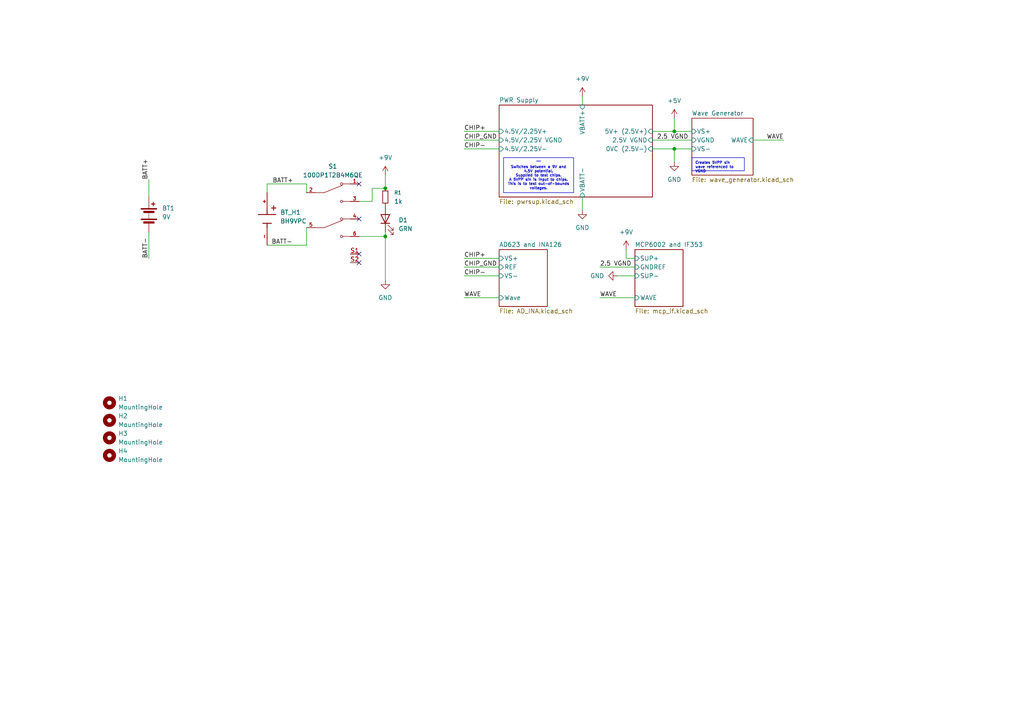
<source format=kicad_sch>
(kicad_sch (version 20250114) (generator "eeschema") (generator_version "9.0")
  (paper "A4")
  (lib_symbols
    (symbol "100DP1T2B4M6QE:100DP1T2B4M6QE" (pin_names (offset 1.016))
      (property "Reference" "S1" (at 0 12.7 0))
      (property "Value" "100DP1T2B4M6QE" (at 0 10.16 0))
      (symbol "100DP1T2B4M6QE_0_0"
        (polyline (pts (xy -2.54 5.08) (xy -5.08 5.08)) (stroke (width 0.1524)))
        (polyline (pts (xy -2.54 5.08) (xy 2.794 7.2136)) (stroke (width 0.1524)))
        (polyline (pts (xy -2.54 -5.08) (xy -5.08 -5.08)) (stroke (width 0.1524)))
        (polyline (pts (xy -2.54 -5.08) (xy 2.794 -2.9464)) (stroke (width 0.1524)))
        (circle (center 2.54 7.62) (radius 0.3302) (stroke (width 0.1524)))
        (circle (center 2.54 2.54) (radius 0.3302) (stroke (width 0.1524)))
        (circle (center 2.54 -2.54) (radius 0.3302) (stroke (width 0.1524)))
        (circle (center 2.54 -7.62) (radius 0.3302) (stroke (width 0.1524)))
        (polyline (pts (xy 5.08 7.62) (xy 2.921 7.62)) (stroke (width 0.1524)))
        (polyline (pts (xy 5.08 2.54) (xy 2.921 2.54)) (stroke (width 0.1524)))
        (polyline (pts (xy 5.08 -2.54) (xy 2.921 -2.54)) (stroke (width 0.1524)))
        (polyline (pts (xy 5.08 -7.62) (xy 2.921 -7.62)) (stroke (width 0.1524)))
        (pin passive line (at -7.62 5.08 0) (length 2.54) (name "~") (number "2"))
        (pin passive line (at -7.62 -5.08 0) (length 2.54) (name "~") (number "5"))
        (pin passive line (at 7.62 7.62 180) (length 2.54) (name "~") (number "1"))
        (pin passive line (at 7.62 2.54 180) (length 2.54) (name "~") (number "3"))
        (pin passive line (at 7.62 -2.54 180) (length 2.54) (name "~") (number "4"))
        (pin passive line (at 7.62 -7.62 180) (length 2.54) (name "~") (number "6"))
      )
      (symbol "100DP1T2B4M6QE_1_1"
        (pin free line (at 7.62 -12.7 180) (length 2.54) (name "") (number "S1"))
        (pin free line (at 7.62 -15.24 180) (length 2.54) (name "") (number "S2"))
      )
    )
    (symbol "BH9VPC:BH9VPC" (pin_names (offset 1.016))
      (property "Reference" "BT" (at -3.81 3.81 0))
      (property "Value" "BH9VPC" (at -3.81 -5.08 0))
      (symbol "BH9VPC_0_0"
        (polyline (pts (xy -3.81 1.905) (xy -2.54 1.905)) (stroke (width 0.254)))
        (polyline (pts (xy -3.175 2.54) (xy -3.175 1.27)) (stroke (width 0.254)))
        (polyline (pts (xy -1.27 2.54) (xy -1.27 -2.54)) (stroke (width 0.254)))
        (polyline (pts (xy -1.27 0) (xy -2.54 0)) (stroke (width 0.254)))
        (polyline (pts (xy 1.27 1.27) (xy 1.27 -1.27)) (stroke (width 0.254)))
        (polyline (pts (xy 1.27 0) (xy 2.54 0)) (stroke (width 0.254)))
        (pin passive line (at -7.62 0 0) (length 5.08) (name "~") (number "+"))
        (pin passive line (at 7.62 0 180) (length 5.08) (name "~") (number "-"))
      )
    )
    (symbol "Device:Battery" (pin_numbers (hide yes)) (pin_names (offset 0) (hide yes))
      (property "Reference" "BT" (at 2.54 2.54 0))
      (property "Value" "Battery" (at 2.54 0 0))
      (symbol "Battery_0_1"
        (rectangle (start -2.286 1.778) (end 2.286 1.524) (fill (type outline)))
        (rectangle (start -2.286 -1.27) (end 2.286 -1.524) (fill (type outline)))
        (rectangle (start -1.524 1.016) (end 1.524 0.508) (fill (type outline)))
        (rectangle (start -1.524 -2.032) (end 1.524 -2.54) (fill (type outline)))
        (polyline (pts (xy 0 1.778) (xy 0 2.54)))
        (polyline (pts (xy 0 0) (xy 0 0.254)))
        (polyline (pts (xy 0 -0.508) (xy 0 -0.254)))
        (polyline (pts (xy 0 -1.016) (xy 0 -0.762)))
        (polyline (pts (xy 0.762 3.048) (xy 1.778 3.048)) (stroke (width 0.254)))
        (polyline (pts (xy 1.27 3.556) (xy 1.27 2.54)) (stroke (width 0.254)))
      )
      (symbol "Battery_1_1"
        (pin passive line (at 0 5.08 270) (length 2.54) (name "+") (number "1"))
        (pin passive line (at 0 -5.08 90) (length 2.54) (name "-") (number "2"))
      )
    )
    (symbol "Device:LED" (pin_numbers (hide yes)) (pin_names (offset 1.016) (hide yes))
      (property "Reference" "D" (at 0 2.54 0))
      (property "Value" "LED" (at 0 -2.54 0))
      (symbol "LED_0_1"
        (polyline (pts (xy -3.048 -0.762) (xy -4.572 -2.286) (xy -3.81 -2.286) (xy -4.572 -2.286) (xy -4.572 -1.524)))
        (polyline (pts (xy -1.778 -0.762) (xy -3.302 -2.286) (xy -2.54 -2.286) (xy -3.302 -2.286) (xy -3.302 -1.524)))
        (polyline (pts (xy -1.27 0) (xy 1.27 0)))
        (polyline (pts (xy -1.27 -1.27) (xy -1.27 1.27)) (stroke (width 0.254)))
        (polyline (pts (xy 1.27 -1.27) (xy 1.27 1.27) (xy -1.27 0) (xy 1.27 -1.27)) (stroke (width 0.254)))
      )
      (symbol "LED_1_1"
        (pin passive line (at -3.81 0 0) (length 2.54) (name "K") (number "1"))
        (pin passive line (at 3.81 0 180) (length 2.54) (name "A") (number "2"))
      )
    )
    (symbol "Device:R_Small" (pin_numbers (hide yes)) (pin_names (offset 0.254) (hide yes))
      (property "Reference" "R" (at 0 0 90))
      (property "Value" "R_Small" (at 1.778 0 90))
      (symbol "R_Small_0_1"
        (rectangle (start -0.762 1.778) (end 0.762 -1.778) (stroke (width 0.2032)))
      )
      (symbol "R_Small_1_1"
        (pin passive line (at 0 2.54 270) (length 0.762) (name "~") (number "1"))
        (pin passive line (at 0 -2.54 90) (length 0.762) (name "~") (number "2"))
      )
    )
    (symbol "Mechanical:MountingHole" (pin_names (offset 1.016)) (in_bom no)
      (property "Reference" "H" (at 0 5.08 0))
      (property "Value" "MountingHole" (at 0 3.175 0))
      (symbol "MountingHole_0_1"
        (circle (center 0 0) (radius 1.27) (stroke (width 1.27)))
      )
    )
    (symbol "power:+5V" (power) (pin_numbers (hide yes)) (pin_names (offset 0) (hide yes))
      (property "Value" "+5V" (at 0 3.556 0))
      (symbol "+5V_0_1"
        (polyline (pts (xy -0.762 1.27) (xy 0 2.54)))
        (polyline (pts (xy 0 2.54) (xy 0.762 1.27)))
        (polyline (pts (xy 0 0) (xy 0 2.54)))
      )
      (symbol "+5V_1_1"
        (pin power_in line (at 0 0 90) (length 0) (name "~") (number "1"))
      )
    )
    (symbol "power:+9V" (power) (pin_numbers (hide yes)) (pin_names (offset 0) (hide yes))
      (property "Value" "+9V" (at 0 3.556 0))
      (symbol "+9V_0_1"
        (polyline (pts (xy -0.762 1.27) (xy 0 2.54)))
        (polyline (pts (xy 0 2.54) (xy 0.762 1.27)))
        (polyline (pts (xy 0 0) (xy 0 2.54)))
      )
      (symbol "+9V_1_1"
        (pin power_in line (at 0 0 90) (length 0) (name "~") (number "1"))
      )
    )
    (symbol "power:GND" (power) (pin_numbers (hide yes)) (pin_names (offset 0) (hide yes))
      (property "Value" "GND" (at 0 -3.81 0))
      (symbol "GND_0_1"
        (polyline (pts (xy 0 0) (xy 0 -1.27) (xy 1.27 -1.27) (xy 0 -2.54) (xy -1.27 -1.27) (xy 0 -1.27)))
      )
      (symbol "GND_1_1"
        (pin power_in line (at 0 0 270) (length 0) (name "~") (number "1"))
      )
    )
  )
  (text_box "Creates 5VPP sin wave referenced to VGND\n" (at 200.66 45.72 0) (size 15.24 3.81) (margins 0.9525 0.9525 0.9525 0.9525) (effects (font (size 0.762 0.762)) (justify left top)))
  (text_box "^^^\nSwitches between a 9V and 4.5V potential.\nSupplied to test chips.\nA 5VPP sin is input to chips. \nThis is to test out-of-bounds voltages.\n\n\n" (at 146.05 45.72 0) (size 20.32 10.16) (margins 0.9525 0.9525 0.9525 0.9525) (effects (font (size 0.762 0.762)) (justify top)))
  (junction (at 111.76 54.61))
  (junction (at 195.58 43.18))
  (junction (at 195.58 38.1))
  (junction (at 111.76 68.58))
  (no_connect (at 104.14 76.2))
  (no_connect (at 104.14 73.66))
  (no_connect (at 104.14 53.34))
  (no_connect (at 104.14 63.5))
  (wire (pts (xy 111.76 50.8) (xy 111.76 54.61)))
  (wire (pts (xy 218.44 40.64) (xy 227.33 40.64)))
  (wire (pts (xy 107.95 58.42) (xy 107.95 54.61)))
  (wire (pts (xy 195.58 46.99) (xy 195.58 43.18)))
  (wire (pts (xy 189.23 40.64) (xy 200.66 40.64)))
  (wire (pts (xy 88.9 53.34) (xy 88.9 55.88)))
  (wire (pts (xy 195.58 34.29) (xy 195.58 38.1)))
  (wire (pts (xy 107.95 54.61) (xy 111.76 54.61)))
  (wire (pts (xy 168.91 27.94) (xy 168.91 30.48)))
  (wire (pts (xy 144.78 86.36) (xy 134.62 86.36)))
  (wire (pts (xy 134.62 74.93) (xy 144.78 74.93)))
  (wire (pts (xy 43.18 67.31) (xy 43.18 74.93)))
  (wire (pts (xy 189.23 43.18) (xy 195.58 43.18)))
  (wire (pts (xy 195.58 43.18) (xy 200.66 43.18)))
  (wire (pts (xy 111.76 68.58) (xy 111.76 67.31)))
  (wire (pts (xy 134.62 38.1) (xy 144.78 38.1)))
  (wire (pts (xy 173.99 77.47) (xy 184.15 77.47)))
  (wire (pts (xy 43.18 57.15) (xy 43.18 52.07)))
  (wire (pts (xy 77.47 53.34) (xy 88.9 53.34)))
  (wire (pts (xy 134.62 43.18) (xy 144.78 43.18)))
  (wire (pts (xy 181.61 74.93) (xy 184.15 74.93)))
  (wire (pts (xy 104.14 68.58) (xy 111.76 68.58)))
  (wire (pts (xy 134.62 80.01) (xy 144.78 80.01)))
  (wire (pts (xy 179.07 80.01) (xy 184.15 80.01)))
  (wire (pts (xy 184.15 86.36) (xy 173.99 86.36)))
  (wire (pts (xy 88.9 71.12) (xy 88.9 66.04)))
  (wire (pts (xy 181.61 72.39) (xy 181.61 74.93)))
  (wire (pts (xy 168.91 57.15) (xy 168.91 60.96)))
  (wire (pts (xy 104.14 58.42) (xy 107.95 58.42)))
  (wire (pts (xy 77.47 71.12) (xy 88.9 71.12)))
  (wire (pts (xy 195.58 38.1) (xy 200.66 38.1)))
  (wire (pts (xy 189.23 38.1) (xy 195.58 38.1)))
  (wire (pts (xy 134.62 40.64) (xy 144.78 40.64)))
  (wire (pts (xy 134.62 77.47) (xy 144.78 77.47)))
  (wire (pts (xy 77.47 53.34) (xy 77.47 55.88)))
  (wire (pts (xy 111.76 68.58) (xy 111.76 81.28)))
  (label "WAVE" (at 173.99 86.36 0))
  (label "BATT-" (at 43.18 74.93 90))
  (label "BATT-" (at 78.74 71.12 0))
  (label "CHIP_GND" (at 134.62 77.47 0))
  (label "WAVE" (at 227.33 40.64 180))
  (label "2.5 VGND" (at 190.5 40.64 0))
  (label "CHIP-" (at 134.62 80.01 0))
  (label "BATT+" (at 85.09 53.34 180))
  (label "CHIP-" (at 134.62 43.18 0))
  (label "CHIP+" (at 134.62 74.93 0))
  (label "CHIP+" (at 134.62 38.1 0))
  (label "CHIP_GND" (at 134.62 40.64 0))
  (label "2.5 VGND" (at 173.99 77.47 0))
  (label "WAVE" (at 134.62 86.36 0))
  (label "BATT+" (at 43.18 52.07 90))
  (symbol (lib_id "Mechanical:MountingHole") (at 31.75 116.84 0) (unit 1) (in_bom no)
    (property "Reference" "H1" (at 34.29 115.5699 0) (effects (justify left)))
    (property "Value" "MountingHole" (at 34.29 118.1099 0) (effects (justify left)))
    (property "Footprint" "MountingHole:MountingHole_3.2mm_M3" (effects (hide yes)))
    (property "Description" "Mounting Hole without connection" (effects (hide yes)))
  )
  (symbol (lib_id "BH9VPC:BH9VPC") (at 77.47 63.5 270) (unit 1)
    (property "Reference" "BT_H1" (at 81.28 61.5949 90) (effects (justify left)))
    (property "Value" "BH9VPC" (at 81.28 64.1349 90) (effects (justify left)))
    (property "Footprint" "BH9VPC:BAT_BH9VPC" (effects (hide yes)))
    (property "PARTREV" "F" (effects (hide yes)))
    (property "STANDARD" "Manufacturer Recommendations" (effects (hide yes)))
    (property "MAXIMUM_PACKAGE_HEIGHT" "20.62mm" (effects (hide yes)))
    (property "MANUFACTURER" "MPD" (effects (hide yes)))
  )
  (symbol (lib_id "power:+9V") (at 111.76 50.8 0) (unit 1)
    (property "Reference" "#PWR01" (effects (hide yes)))
    (property "Value" "+9V" (at 111.76 45.72 0))
    (property "Description" "Power symbol creates a global label with name \"+9V\"" (effects (hide yes)))
  )
  (symbol (lib_id "power:+9V") (at 181.61 72.39 0) (mirror y) (unit 1)
    (property "Reference" "#PWR07" (effects (hide yes)))
    (property "Value" "+9V" (at 181.61 67.31 0))
    (property "Description" "Power symbol creates a global label with name \"+9V\"" (effects (hide yes)))
  )
  (symbol (lib_id "power:+5V") (at 195.58 34.29 0) (unit 1)
    (property "Reference" "#PWR05" (effects (hide yes)))
    (property "Value" "+5V" (at 195.58 29.21 0))
    (property "Description" "Power symbol creates a global label with name \"+5V\"" (effects (hide yes)))
  )
  (symbol (lib_id "power:GND") (at 179.07 80.01 270) (unit 1)
    (property "Reference" "#PWR08" (effects (hide yes)))
    (property "Value" "GND" (at 175.26 80.0099 90) (effects (justify right)))
    (property "Description" "Power symbol creates a global label with name \"GND\" , ground" (effects (hide yes)))
  )
  (symbol (lib_id "Device:LED") (at 111.76 63.5 90) (unit 1)
    (property "Reference" "D1" (at 115.57 63.8174 90) (effects (justify right)))
    (property "Value" "GRN" (at 115.57 66.3574 90) (effects (justify right)))
    (property "Footprint" "LED_THT:LED_D5.0mm" (effects (hide yes)))
    (property "Description" "Light emitting diode" (effects (hide yes)))
    (property "Sim.Pins" "1=K 2=A" (effects (hide yes)))
  )
  (symbol (lib_id "power:GND") (at 195.58 46.99 0) (unit 1)
    (property "Reference" "#PWR06" (effects (hide yes)))
    (property "Value" "GND" (at 195.58 52.07 0))
    (property "Description" "Power symbol creates a global label with name \"GND\" , ground" (effects (hide yes)))
  )
  (symbol (lib_id "power:GND") (at 168.91 60.96 0) (unit 1)
    (property "Reference" "#PWR04" (effects (hide yes)))
    (property "Value" "GND" (at 168.91 66.04 0))
    (property "Description" "Power symbol creates a global label with name \"GND\" , ground" (effects (hide yes)))
  )
  (symbol (lib_id "Mechanical:MountingHole") (at 31.75 121.92 0) (unit 1) (in_bom no)
    (property "Reference" "H2" (at 34.29 120.6499 0) (effects (justify left)))
    (property "Value" "MountingHole" (at 34.29 123.1899 0) (effects (justify left)))
    (property "Footprint" "MountingHole:MountingHole_3.2mm_M3" (effects (hide yes)))
    (property "Description" "Mounting Hole without connection" (effects (hide yes)))
  )
  (symbol (lib_id "power:GND") (at 111.76 81.28 0) (unit 1)
    (property "Reference" "#PWR02" (effects (hide yes)))
    (property "Value" "GND" (at 111.76 86.36 0))
    (property "Description" "Power symbol creates a global label with name \"GND\" , ground" (effects (hide yes)))
  )
  (symbol (lib_id "power:+9V") (at 168.91 27.94 0) (unit 1)
    (property "Reference" "#PWR03" (effects (hide yes)))
    (property "Value" "+9V" (at 168.91 22.86 0))
    (property "Description" "Power symbol creates a global label with name \"+9V\"" (effects (hide yes)))
  )
  (symbol (lib_id "Device:Battery") (at 43.18 62.23 0) (unit 1) (in_bom no) (on_board no)
    (property "Reference" "BT1" (at 46.99 60.3884 0) (effects (justify left)))
    (property "Value" "9V" (at 46.99 62.9284 0) (effects (justify left)))
    (property "Description" "Multiple-cell battery" (effects (hide yes)))
  )
  (symbol (lib_id "Device:R_Small") (at 111.76 57.15 0) (unit 1)
    (property "Reference" "R1" (at 114.3 55.8799 0) (effects (font (size 1.016 1.016)) (justify left)))
    (property "Value" "1k" (at 114.3 58.4199 0) (effects (justify left)))
    (property "Footprint" "Resistor_THT:R_Axial_DIN0207_L6.3mm_D2.5mm_P7.62mm_Horizontal" (effects (hide yes)))
    (property "Description" "Resistor, small symbol" (effects (hide yes)))
  )
  (symbol (lib_id "100DP1T2B4M6QE:100DP1T2B4M6QE") (at 96.52 60.96 0) (unit 1)
    (property "Reference" "S1" (at 96.52 48.26 0))
    (property "Value" "100DP1T2B4M6QE" (at 96.52 50.8 0))
    (property "Footprint" "100DP1T2B4M6QE:SW_100DP1T2B4M6QE" (effects (hide yes)))
    (property "PARTREV" "G" (effects (hide yes)))
    (property "MANUFACTURER" "E-switch" (effects (hide yes)))
    (property "MAXIMUM_PACKAGE_HEIGHT" "11.43 mm" (effects (hide yes)))
    (property "STANDARD" "Manufacturer Recommendations" (effects (hide yes)))
  )
  (symbol (lib_id "Mechanical:MountingHole") (at 31.75 127 0) (unit 1) (in_bom no)
    (property "Reference" "H3" (at 34.29 125.7299 0) (effects (justify left)))
    (property "Value" "MountingHole" (at 34.29 128.2699 0) (effects (justify left)))
    (property "Footprint" "MountingHole:MountingHole_3.2mm_M3" (effects (hide yes)))
    (property "Description" "Mounting Hole without connection" (effects (hide yes)))
  )
  (symbol (lib_id "Mechanical:MountingHole") (at 31.75 132.08 0) (unit 1) (in_bom no)
    (property "Reference" "H4" (at 34.29 130.8099 0) (effects (justify left)))
    (property "Value" "MountingHole" (at 34.29 133.3499 0) (effects (justify left)))
    (property "Footprint" "MountingHole:MountingHole_3.2mm_M3" (effects (hide yes)))
    (property "Description" "Mounting Hole without connection" (effects (hide yes)))
  )
  (sheet (at 144.78 72.39) (size 13.97 16.51) (stroke (width 0.1524))
    (property "Sheetname" "AD623 and INA126" (at 144.78 71.6784 0) (effects (justify left bottom)))
    (property "Sheetfile" "AD_INA.kicad_sch" (at 144.78 89.4846 0) (effects (justify left top)))
    (pin "VS+" input (at 144.78 74.93 180))
    (pin "VS-" input (at 144.78 80.01 180))
    (pin "REF" input (at 144.78 77.47 180))
    (pin "Wave" input (at 144.78 86.36 180))
  )
  (sheet (at 144.78 30.48) (size 44.45 26.67) (stroke (width 0.1524))
    (property "Sheetname" "PWR Supply" (at 144.78 29.7684 0) (effects (justify left bottom)))
    (property "Sheetfile" "pwrsup.kicad_sch" (at 144.78 57.7346 0) (effects (justify left top)))
    (pin "VBATT+" input (at 168.91 30.48 90))
    (pin "0VC (2.5V-)" input (at 189.23 43.18 0))
    (pin "2.5V VGND" input (at 189.23 40.64 0))
    (pin "4.5V{slash}2.25V VGND" input (at 144.78 40.64 180))
    (pin "5V+ (2.5V+)" input (at 189.23 38.1 0))
    (pin "VBATT-" input (at 168.91 57.15 270))
    (pin "4.5V{slash}2.25V+" input (at 144.78 38.1 180))
    (pin "4.5V{slash}2.25V-" input (at 144.78 43.18 180))
  )
  (sheet (at 184.15 72.39) (size 13.97 16.51) (stroke (width 0.1524))
    (property "Sheetname" "MCP6002 and IF353" (at 184.15 71.6784 0) (effects (justify left bottom)))
    (property "Sheetfile" "mcp_if.kicad_sch" (at 184.15 89.4846 0) (effects (justify left top)))
    (pin "SUP-" input (at 184.15 80.01 180))
    (pin "SUP+" input (at 184.15 74.93 180))
    (pin "WAVE" input (at 184.15 86.36 180))
    (pin "GNDREF" input (at 184.15 77.47 180))
  )
  (sheet (at 200.66 34.29) (size 17.78 16.51) (stroke (width 0.1524))
    (property "Sheetname" "Wave Generator" (at 200.66 33.5784 0) (effects (justify left bottom)))
    (property "Sheetfile" "wave_generator.kicad_sch" (at 200.66 51.3846 0) (effects (justify left top)))
    (pin "VGND" input (at 200.66 40.64 180))
    (pin "WAVE" input (at 218.44 40.64 0))
    (pin "VS+" input (at 200.66 38.1 180))
    (pin "VS-" input (at 200.66 43.18 180))
  )
)
</source>
